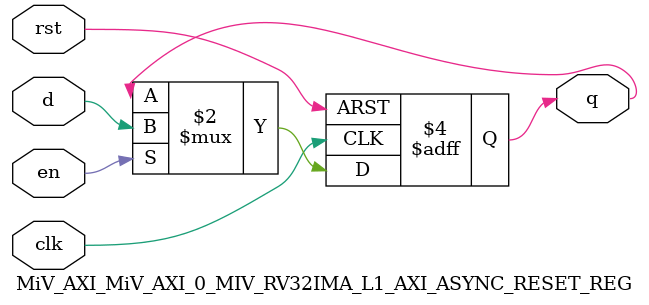
<source format=v>
`ifndef RANDOMIZE_REG_INIT 
	 `define RANDOMIZE_REG_INIT 
 `endif
`ifndef RANDOMIZE_MEM_INIT 
	 `define RANDOMIZE_MEM_INIT 
 `endif
`ifndef RANDOMIZE 
	 `define RANDOMIZE 
`endif

`timescale 1ns/10ps
module MiV_AXI_MiV_AXI_0_MIV_RV32IMA_L1_AXI_ASYNC_RESET_REG (
                      input      d,
                      output reg q,
                      input      en,

                      input      clk,
                      input      rst);
   
   always @(posedge clk or posedge rst) begin

      if (rst) begin
         q <= 1'b0;
      end else if (en) begin
         q <= d;
      end
   end
   

endmodule // MIV_RV32IMA_L1_AXI_ASYNC_RESET_REG

</source>
